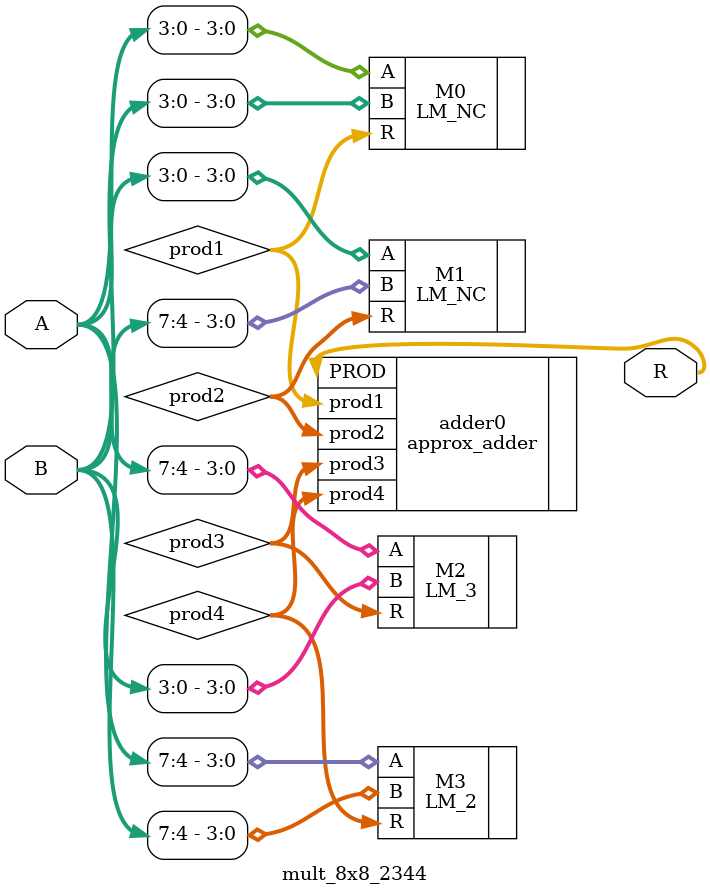
<source format=v>
module mult_8x8_2344(
input [7:0] A,
input [7:0] B,
output [15:0]R
);
wire [7:0]prod1;
wire [7:0]prod2;
wire [7:0]prod3;
wire [7:0]prod4;

LM_NC M0(.A(A[3:0]),.B(B[3:0]),.R(prod1));
LM_NC M1(.A(A[3:0]),.B(B[7:4]),.R(prod2));
LM_3 M2(.A(A[7:4]),.B(B[3:0]),.R(prod3));
LM_2 M3(.A(A[7:4]),.B(B[7:4]),.R(prod4));
approx_adder adder0(.prod1(prod1),.prod2(prod2),.prod3(prod3),.prod4(prod4),.PROD(R));
endmodule

</source>
